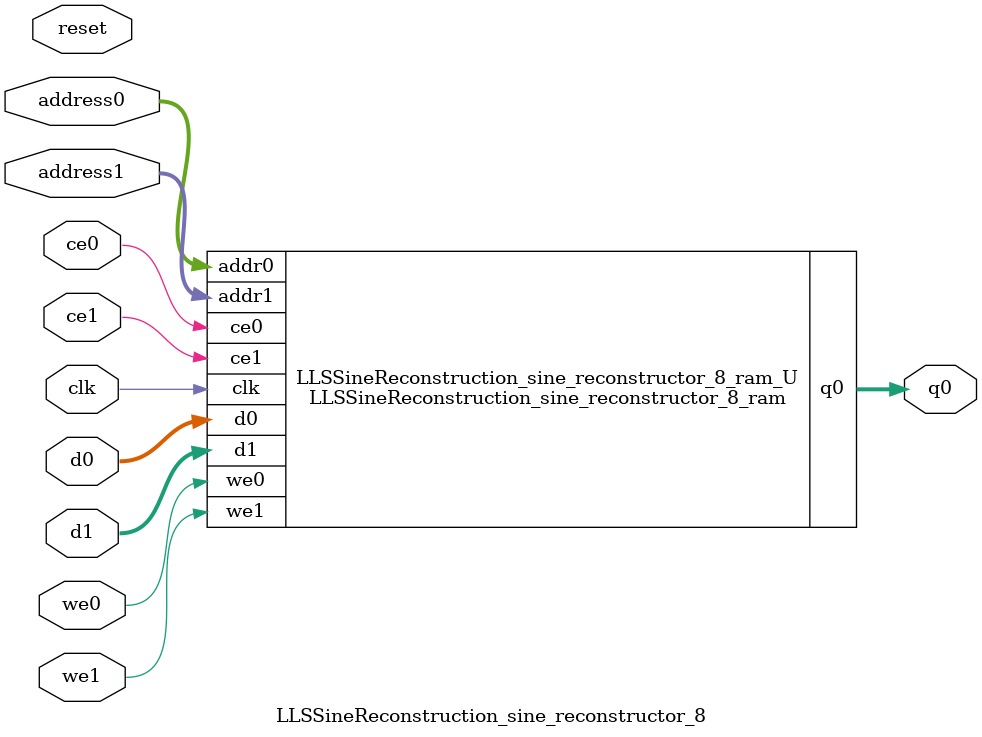
<source format=v>
`timescale 1 ns / 1 ps
module LLSSineReconstruction_sine_reconstructor_8_ram (addr0, ce0, d0, we0, q0, addr1, ce1, d1, we1,  clk);

parameter DWIDTH = 60;
parameter AWIDTH = 8;
parameter MEM_SIZE = 240;

input[AWIDTH-1:0] addr0;
input ce0;
input[DWIDTH-1:0] d0;
input we0;
output reg[DWIDTH-1:0] q0;
input[AWIDTH-1:0] addr1;
input ce1;
input[DWIDTH-1:0] d1;
input we1;
input clk;

reg [DWIDTH-1:0] ram[0:MEM_SIZE-1];




always @(posedge clk)  
begin 
    if (ce0) begin
        if (we0) 
            ram[addr0] <= d0; 
        q0 <= ram[addr0];
    end
end


always @(posedge clk)  
begin 
    if (ce1) begin
        if (we1) 
            ram[addr1] <= d1; 
    end
end


endmodule

`timescale 1 ns / 1 ps
module LLSSineReconstruction_sine_reconstructor_8(
    reset,
    clk,
    address0,
    ce0,
    we0,
    d0,
    q0,
    address1,
    ce1,
    we1,
    d1);

parameter DataWidth = 32'd60;
parameter AddressRange = 32'd240;
parameter AddressWidth = 32'd8;
input reset;
input clk;
input[AddressWidth - 1:0] address0;
input ce0;
input we0;
input[DataWidth - 1:0] d0;
output[DataWidth - 1:0] q0;
input[AddressWidth - 1:0] address1;
input ce1;
input we1;
input[DataWidth - 1:0] d1;



LLSSineReconstruction_sine_reconstructor_8_ram LLSSineReconstruction_sine_reconstructor_8_ram_U(
    .clk( clk ),
    .addr0( address0 ),
    .ce0( ce0 ),
    .we0( we0 ),
    .d0( d0 ),
    .q0( q0 ),
    .addr1( address1 ),
    .ce1( ce1 ),
    .we1( we1 ),
    .d1( d1 ));

endmodule


</source>
